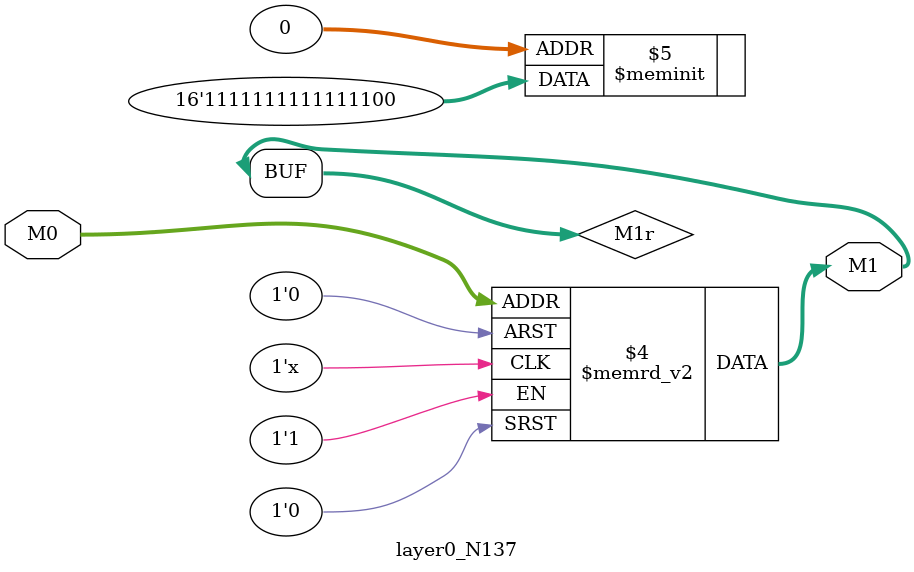
<source format=v>
module layer0_N137 ( input [2:0] M0, output [1:0] M1 );

	(*rom_style = "distributed" *) reg [1:0] M1r;
	assign M1 = M1r;
	always @ (M0) begin
		case (M0)
			3'b000: M1r = 2'b00;
			3'b100: M1r = 2'b11;
			3'b010: M1r = 2'b11;
			3'b110: M1r = 2'b11;
			3'b001: M1r = 2'b11;
			3'b101: M1r = 2'b11;
			3'b011: M1r = 2'b11;
			3'b111: M1r = 2'b11;

		endcase
	end
endmodule

</source>
